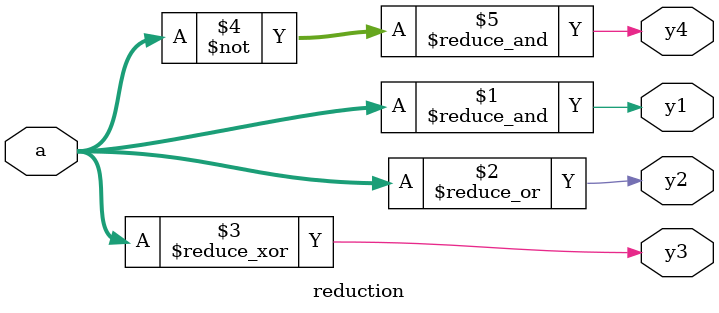
<source format=sv>
module reduction (
	input logic [7:0] a,
	output logic y1, y2, y3, y4
);

	assign y1 = &a;
	assign y2 = |a;
	assign y3 = ^a;
	assign y4 = &(~a);
	
endmodule
</source>
